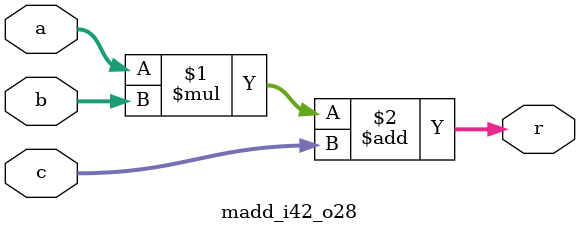
<source format=v>
module madd_i42_o28 (a, b, c, r);
input [13:0] a, b, c;
output [27:0] r;


assign r = (a * b) + c;

endmodule  

</source>
